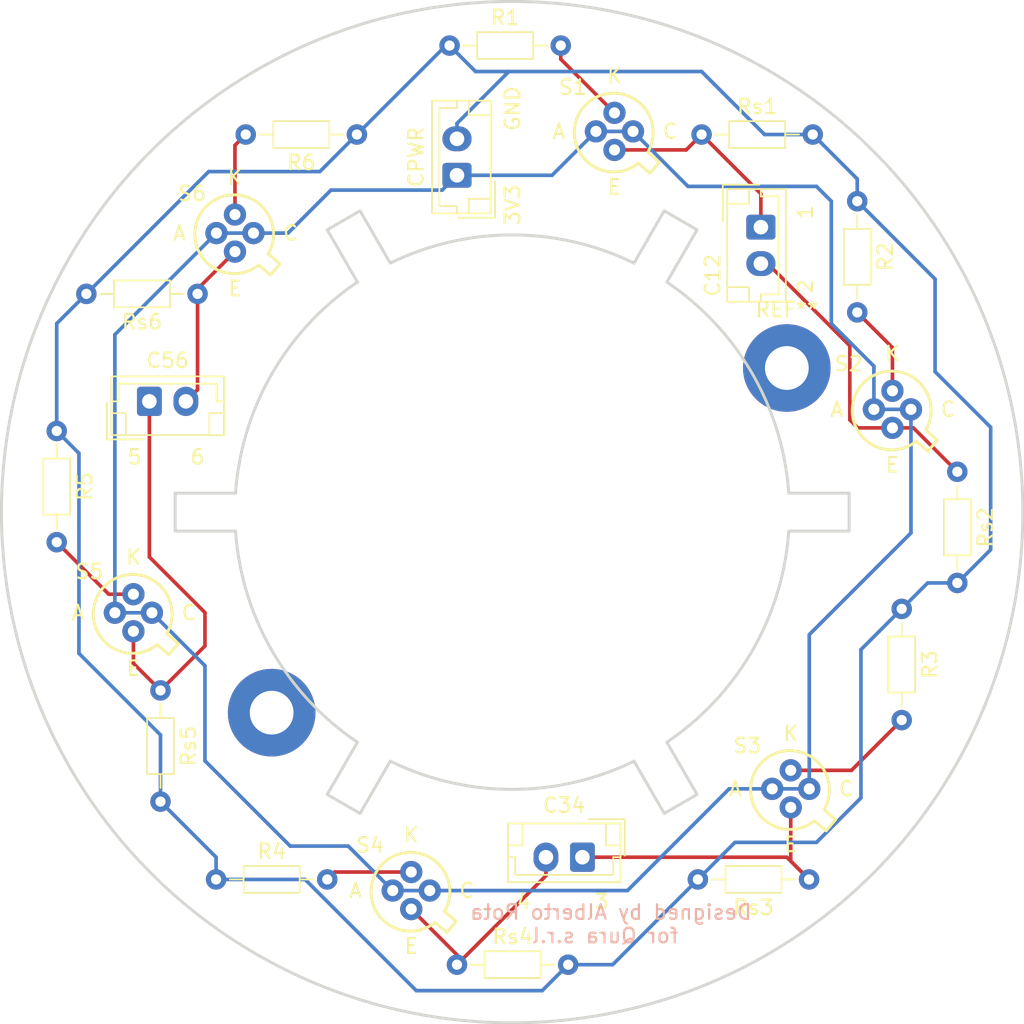
<source format=kicad_pcb>
(kicad_pcb (version 20171130) (host pcbnew "(5.1.10)-1")

  (general
    (thickness 1.6)
    (drawings 40)
    (tracks 115)
    (zones 0)
    (modules 24)
    (nets 15)
  )

  (page A4)
  (layers
    (0 F.Cu signal)
    (31 B.Cu signal)
    (32 B.Adhes user)
    (33 F.Adhes user)
    (34 B.Paste user)
    (35 F.Paste user)
    (36 B.SilkS user hide)
    (37 F.SilkS user)
    (38 B.Mask user)
    (39 F.Mask user)
    (40 Dwgs.User user hide)
    (41 Cmts.User user)
    (42 Eco1.User user)
    (43 Eco2.User user)
    (44 Edge.Cuts user)
    (45 Margin user)
    (46 B.CrtYd user hide)
    (47 F.CrtYd user hide)
    (48 B.Fab user hide)
    (49 F.Fab user hide)
  )

  (setup
    (last_trace_width 0.25)
    (trace_clearance 0.2)
    (zone_clearance 0.508)
    (zone_45_only no)
    (trace_min 0.2)
    (via_size 0.8)
    (via_drill 0.4)
    (via_min_size 0.4)
    (via_min_drill 0.3)
    (uvia_size 0.3)
    (uvia_drill 0.1)
    (uvias_allowed no)
    (uvia_min_size 0.2)
    (uvia_min_drill 0.1)
    (edge_width 0.1)
    (segment_width 0.2)
    (pcb_text_width 0.3)
    (pcb_text_size 1.5 1.5)
    (mod_edge_width 0.15)
    (mod_text_size 1 1)
    (mod_text_width 0.15)
    (pad_size 6 6)
    (pad_drill 3)
    (pad_to_mask_clearance 0)
    (aux_axis_origin 0 0)
    (visible_elements 7FFFEF7F)
    (pcbplotparams
      (layerselection 0x010fc_ffffffff)
      (usegerberextensions false)
      (usegerberattributes true)
      (usegerberadvancedattributes true)
      (creategerberjobfile true)
      (excludeedgelayer true)
      (linewidth 0.100000)
      (plotframeref false)
      (viasonmask false)
      (mode 1)
      (useauxorigin false)
      (hpglpennumber 1)
      (hpglpenspeed 20)
      (hpglpendiameter 15.000000)
      (psnegative false)
      (psa4output false)
      (plotreference true)
      (plotvalue true)
      (plotinvisibletext false)
      (padsonsilk false)
      (subtractmaskfromsilk false)
      (outputformat 1)
      (mirror false)
      (drillshape 0)
      (scaleselection 1)
      (outputdirectory "gerber/"))
  )

  (net 0 "")
  (net 1 GND)
  (net 2 +3V3)
  (net 3 "Net-(OPB730F1-Pad3)")
  (net 4 "Net-(OPB730F2-Pad3)")
  (net 5 "Net-(OPB730F3-Pad3)")
  (net 6 "Net-(OPB730F4-Pad3)")
  (net 7 "Net-(OPB730F5-Pad3)")
  (net 8 "Net-(OPB730F6-Pad3)")
  (net 9 "Net-(C12-Pad2)")
  (net 10 "Net-(C12-Pad1)")
  (net 11 "Net-(C34-Pad2)")
  (net 12 "Net-(C34-Pad1)")
  (net 13 "Net-(C56-Pad2)")
  (net 14 "Net-(C56-Pad1)")

  (net_class Default "This is the default net class."
    (clearance 0.2)
    (trace_width 0.25)
    (via_dia 0.8)
    (via_drill 0.4)
    (uvia_dia 0.3)
    (uvia_drill 0.1)
    (add_net +3V3)
    (add_net GND)
    (add_net "Net-(C12-Pad1)")
    (add_net "Net-(C12-Pad2)")
    (add_net "Net-(C34-Pad1)")
    (add_net "Net-(C34-Pad2)")
    (add_net "Net-(C56-Pad1)")
    (add_net "Net-(C56-Pad2)")
    (add_net "Net-(OPB730F1-Pad3)")
    (add_net "Net-(OPB730F2-Pad3)")
    (add_net "Net-(OPB730F3-Pad3)")
    (add_net "Net-(OPB730F4-Pad3)")
    (add_net "Net-(OPB730F5-Pad3)")
    (add_net "Net-(OPB730F6-Pad3)")
  )

  (module MountingHole:MountingHole_3mm_Pad (layer F.Cu) (tedit 61CDC53B) (tstamp 61B5817D)
    (at 177.292 79.756)
    (descr "Mounting Hole 3mm")
    (tags "mounting hole 3mm")
    (attr virtual)
    (fp_text reference REF** (at 0 -4) (layer F.SilkS)
      (effects (font (size 1 1) (thickness 0.15)))
    )
    (fp_text value MountingHole_3mm_Pad (at 0 4) (layer F.Fab)
      (effects (font (size 1 1) (thickness 0.15)))
    )
    (fp_circle (center 0 0) (end 3 0) (layer Cmts.User) (width 0.15))
    (fp_circle (center 0 0) (end 3.25 0) (layer F.CrtYd) (width 0.05))
    (fp_text user %R (at 0.3 0) (layer F.Fab)
      (effects (font (size 1 1) (thickness 0.15)))
    )
    (pad "" thru_hole circle (at 0 0) (size 6 6) (drill 3) (layers *.Cu *.Mask))
  )

  (module MountingHole:MountingHole_3mm_Pad (layer F.Cu) (tedit 61CDC546) (tstamp 61B580E3)
    (at 141.986 103.378)
    (descr "Mounting Hole 3mm")
    (tags "mounting hole 3mm")
    (attr virtual)
    (fp_text reference REF** (at 0 -4) (layer F.SilkS) hide
      (effects (font (size 1 1) (thickness 0.15)))
    )
    (fp_text value MountingHole_3mm_Pad (at 0 4) (layer F.Fab) hide
      (effects (font (size 1 1) (thickness 0.15)))
    )
    (fp_circle (center 0 0) (end 3 0) (layer Cmts.User) (width 0.15))
    (fp_circle (center 0 0) (end 3.25 0) (layer F.CrtYd) (width 0.05))
    (fp_text user %R (at 0.3 0) (layer F.Fab) hide
      (effects (font (size 1 1) (thickness 0.15)))
    )
    (pad "" thru_hole circle (at 0 0) (size 6 6) (drill 3) (layers *.Cu *.Mask))
  )

  (module Connector_JST:JST_EH_B2B-EH-A_1x02_P2.50mm_Vertical (layer F.Cu) (tedit 5C28142C) (tstamp 61B52366)
    (at 154.686 66.548 90)
    (descr "JST EH series connector, B2B-EH-A (http://www.jst-mfg.com/product/pdf/eng/eEH.pdf), generated with kicad-footprint-generator")
    (tags "connector JST EH vertical")
    (path /61B8DC0C)
    (fp_text reference CPWR (at 1.25 -2.8 90) (layer F.SilkS)
      (effects (font (size 1 1) (thickness 0.15)))
    )
    (fp_text value CPWR (at 1.25 3.4 90) (layer F.Fab)
      (effects (font (size 1 1) (thickness 0.15)))
    )
    (fp_line (start -2.5 -1.6) (end -2.5 2.2) (layer F.Fab) (width 0.1))
    (fp_line (start -2.5 2.2) (end 5 2.2) (layer F.Fab) (width 0.1))
    (fp_line (start 5 2.2) (end 5 -1.6) (layer F.Fab) (width 0.1))
    (fp_line (start 5 -1.6) (end -2.5 -1.6) (layer F.Fab) (width 0.1))
    (fp_line (start -3 -2.1) (end -3 2.7) (layer F.CrtYd) (width 0.05))
    (fp_line (start -3 2.7) (end 5.5 2.7) (layer F.CrtYd) (width 0.05))
    (fp_line (start 5.5 2.7) (end 5.5 -2.1) (layer F.CrtYd) (width 0.05))
    (fp_line (start 5.5 -2.1) (end -3 -2.1) (layer F.CrtYd) (width 0.05))
    (fp_line (start -2.61 -1.71) (end -2.61 2.31) (layer F.SilkS) (width 0.12))
    (fp_line (start -2.61 2.31) (end 5.11 2.31) (layer F.SilkS) (width 0.12))
    (fp_line (start 5.11 2.31) (end 5.11 -1.71) (layer F.SilkS) (width 0.12))
    (fp_line (start 5.11 -1.71) (end -2.61 -1.71) (layer F.SilkS) (width 0.12))
    (fp_line (start -2.61 0) (end -2.11 0) (layer F.SilkS) (width 0.12))
    (fp_line (start -2.11 0) (end -2.11 -1.21) (layer F.SilkS) (width 0.12))
    (fp_line (start -2.11 -1.21) (end 4.61 -1.21) (layer F.SilkS) (width 0.12))
    (fp_line (start 4.61 -1.21) (end 4.61 0) (layer F.SilkS) (width 0.12))
    (fp_line (start 4.61 0) (end 5.11 0) (layer F.SilkS) (width 0.12))
    (fp_line (start -2.61 0.81) (end -1.61 0.81) (layer F.SilkS) (width 0.12))
    (fp_line (start -1.61 0.81) (end -1.61 2.31) (layer F.SilkS) (width 0.12))
    (fp_line (start 5.11 0.81) (end 4.11 0.81) (layer F.SilkS) (width 0.12))
    (fp_line (start 4.11 0.81) (end 4.11 2.31) (layer F.SilkS) (width 0.12))
    (fp_line (start -2.91 0.11) (end -2.91 2.61) (layer F.SilkS) (width 0.12))
    (fp_line (start -2.91 2.61) (end -0.41 2.61) (layer F.SilkS) (width 0.12))
    (fp_line (start -2.91 0.11) (end -2.91 2.61) (layer F.Fab) (width 0.1))
    (fp_line (start -2.91 2.61) (end -0.41 2.61) (layer F.Fab) (width 0.1))
    (fp_text user %R (at 1.25 1.5 90) (layer F.Fab)
      (effects (font (size 1 1) (thickness 0.15)))
    )
    (pad 2 thru_hole oval (at 2.5 0 90) (size 1.7 2) (drill 1) (layers *.Cu *.Mask)
      (net 1 GND))
    (pad 1 thru_hole roundrect (at 0 0 90) (size 1.7 2) (drill 1) (layers *.Cu *.Mask) (roundrect_rratio 0.1470588235294118)
      (net 2 +3V3))
    (model ${KISYS3DMOD}/Connector_JST.3dshapes/JST_EH_B2B-EH-A_1x02_P2.50mm_Vertical.wrl
      (at (xyz 0 0 0))
      (scale (xyz 1 1 1))
      (rotate (xyz 0 0 0))
    )
  )

  (module Connector_JST:JST_EH_B2B-EH-A_1x02_P2.50mm_Vertical (layer F.Cu) (tedit 5C28142C) (tstamp 61B4DB74)
    (at 163.282 113.284 180)
    (descr "JST EH series connector, B2B-EH-A (http://www.jst-mfg.com/product/pdf/eng/eEH.pdf), generated with kicad-footprint-generator")
    (tags "connector JST EH vertical")
    (path /61B62E69)
    (fp_text reference C34 (at 1.25 3.556) (layer F.SilkS)
      (effects (font (size 1 1) (thickness 0.15)))
    )
    (fp_text value C34 (at 1.25 3.4) (layer F.Fab)
      (effects (font (size 1 1) (thickness 0.15)))
    )
    (fp_line (start -2.5 -1.6) (end -2.5 2.2) (layer F.Fab) (width 0.1))
    (fp_line (start -2.5 2.2) (end 5 2.2) (layer F.Fab) (width 0.1))
    (fp_line (start 5 2.2) (end 5 -1.6) (layer F.Fab) (width 0.1))
    (fp_line (start 5 -1.6) (end -2.5 -1.6) (layer F.Fab) (width 0.1))
    (fp_line (start -3 -2.1) (end -3 2.7) (layer F.CrtYd) (width 0.05))
    (fp_line (start -3 2.7) (end 5.5 2.7) (layer F.CrtYd) (width 0.05))
    (fp_line (start 5.5 2.7) (end 5.5 -2.1) (layer F.CrtYd) (width 0.05))
    (fp_line (start 5.5 -2.1) (end -3 -2.1) (layer F.CrtYd) (width 0.05))
    (fp_line (start -2.61 -1.71) (end -2.61 2.31) (layer F.SilkS) (width 0.12))
    (fp_line (start -2.61 2.31) (end 5.11 2.31) (layer F.SilkS) (width 0.12))
    (fp_line (start 5.11 2.31) (end 5.11 -1.71) (layer F.SilkS) (width 0.12))
    (fp_line (start 5.11 -1.71) (end -2.61 -1.71) (layer F.SilkS) (width 0.12))
    (fp_line (start -2.61 0) (end -2.11 0) (layer F.SilkS) (width 0.12))
    (fp_line (start -2.11 0) (end -2.11 -1.21) (layer F.SilkS) (width 0.12))
    (fp_line (start -2.11 -1.21) (end 4.61 -1.21) (layer F.SilkS) (width 0.12))
    (fp_line (start 4.61 -1.21) (end 4.61 0) (layer F.SilkS) (width 0.12))
    (fp_line (start 4.61 0) (end 5.11 0) (layer F.SilkS) (width 0.12))
    (fp_line (start -2.61 0.81) (end -1.61 0.81) (layer F.SilkS) (width 0.12))
    (fp_line (start -1.61 0.81) (end -1.61 2.31) (layer F.SilkS) (width 0.12))
    (fp_line (start 5.11 0.81) (end 4.11 0.81) (layer F.SilkS) (width 0.12))
    (fp_line (start 4.11 0.81) (end 4.11 2.31) (layer F.SilkS) (width 0.12))
    (fp_line (start -2.91 0.11) (end -2.91 2.61) (layer F.SilkS) (width 0.12))
    (fp_line (start -2.91 2.61) (end -0.41 2.61) (layer F.SilkS) (width 0.12))
    (fp_line (start -2.91 0.11) (end -2.91 2.61) (layer F.Fab) (width 0.1))
    (fp_line (start -2.91 2.61) (end -0.41 2.61) (layer F.Fab) (width 0.1))
    (fp_text user %R (at 1.25 1.5) (layer F.Fab)
      (effects (font (size 1 1) (thickness 0.15)))
    )
    (pad 2 thru_hole oval (at 2.5 0 180) (size 1.7 2) (drill 1) (layers *.Cu *.Mask)
      (net 11 "Net-(C34-Pad2)"))
    (pad 1 thru_hole roundrect (at 0 0 180) (size 1.7 2) (drill 1) (layers *.Cu *.Mask) (roundrect_rratio 0.1470588235294118)
      (net 12 "Net-(C34-Pad1)"))
    (model ${KISYS3DMOD}/Connector_JST.3dshapes/JST_EH_B2B-EH-A_1x02_P2.50mm_Vertical.wrl
      (at (xyz 0 0 0))
      (scale (xyz 1 1 1))
      (rotate (xyz 0 0 0))
    )
  )

  (module Connector_JST:JST_EH_B2B-EH-A_1x02_P2.50mm_Vertical (layer F.Cu) (tedit 5C28142C) (tstamp 61B4DBD1)
    (at 133.604 82.042)
    (descr "JST EH series connector, B2B-EH-A (http://www.jst-mfg.com/product/pdf/eng/eEH.pdf), generated with kicad-footprint-generator")
    (tags "connector JST EH vertical")
    (path /61B685E1)
    (fp_text reference C56 (at 1.25 -2.8) (layer F.SilkS)
      (effects (font (size 1 1) (thickness 0.15)))
    )
    (fp_text value C56 (at 1.25 3.4) (layer F.Fab)
      (effects (font (size 1 1) (thickness 0.15)))
    )
    (fp_line (start -2.5 -1.6) (end -2.5 2.2) (layer F.Fab) (width 0.1))
    (fp_line (start -2.5 2.2) (end 5 2.2) (layer F.Fab) (width 0.1))
    (fp_line (start 5 2.2) (end 5 -1.6) (layer F.Fab) (width 0.1))
    (fp_line (start 5 -1.6) (end -2.5 -1.6) (layer F.Fab) (width 0.1))
    (fp_line (start -3 -2.1) (end -3 2.7) (layer F.CrtYd) (width 0.05))
    (fp_line (start -3 2.7) (end 5.5 2.7) (layer F.CrtYd) (width 0.05))
    (fp_line (start 5.5 2.7) (end 5.5 -2.1) (layer F.CrtYd) (width 0.05))
    (fp_line (start 5.5 -2.1) (end -3 -2.1) (layer F.CrtYd) (width 0.05))
    (fp_line (start -2.61 -1.71) (end -2.61 2.31) (layer F.SilkS) (width 0.12))
    (fp_line (start -2.61 2.31) (end 5.11 2.31) (layer F.SilkS) (width 0.12))
    (fp_line (start 5.11 2.31) (end 5.11 -1.71) (layer F.SilkS) (width 0.12))
    (fp_line (start 5.11 -1.71) (end -2.61 -1.71) (layer F.SilkS) (width 0.12))
    (fp_line (start -2.61 0) (end -2.11 0) (layer F.SilkS) (width 0.12))
    (fp_line (start -2.11 0) (end -2.11 -1.21) (layer F.SilkS) (width 0.12))
    (fp_line (start -2.11 -1.21) (end 4.61 -1.21) (layer F.SilkS) (width 0.12))
    (fp_line (start 4.61 -1.21) (end 4.61 0) (layer F.SilkS) (width 0.12))
    (fp_line (start 4.61 0) (end 5.11 0) (layer F.SilkS) (width 0.12))
    (fp_line (start -2.61 0.81) (end -1.61 0.81) (layer F.SilkS) (width 0.12))
    (fp_line (start -1.61 0.81) (end -1.61 2.31) (layer F.SilkS) (width 0.12))
    (fp_line (start 5.11 0.81) (end 4.11 0.81) (layer F.SilkS) (width 0.12))
    (fp_line (start 4.11 0.81) (end 4.11 2.31) (layer F.SilkS) (width 0.12))
    (fp_line (start -2.91 0.11) (end -2.91 2.61) (layer F.SilkS) (width 0.12))
    (fp_line (start -2.91 2.61) (end -0.41 2.61) (layer F.SilkS) (width 0.12))
    (fp_line (start -2.91 0.11) (end -2.91 2.61) (layer F.Fab) (width 0.1))
    (fp_line (start -2.91 2.61) (end -0.41 2.61) (layer F.Fab) (width 0.1))
    (fp_text user %R (at 1.25 1.5) (layer F.Fab)
      (effects (font (size 1 1) (thickness 0.15)))
    )
    (pad 2 thru_hole oval (at 2.5 0) (size 1.7 2) (drill 1) (layers *.Cu *.Mask)
      (net 13 "Net-(C56-Pad2)"))
    (pad 1 thru_hole roundrect (at 0 0) (size 1.7 2) (drill 1) (layers *.Cu *.Mask) (roundrect_rratio 0.1470588235294118)
      (net 14 "Net-(C56-Pad1)"))
    (model ${KISYS3DMOD}/Connector_JST.3dshapes/JST_EH_B2B-EH-A_1x02_P2.50mm_Vertical.wrl
      (at (xyz 0 0 0))
      (scale (xyz 1 1 1))
      (rotate (xyz 0 0 0))
    )
  )

  (module Resistor_THT:R_Axial_DIN0204_L3.6mm_D1.6mm_P7.62mm_Horizontal (layer F.Cu) (tedit 5AE5139B) (tstamp 61B4F928)
    (at 188.976 86.868 270)
    (descr "Resistor, Axial_DIN0204 series, Axial, Horizontal, pin pitch=7.62mm, 0.167W, length*diameter=3.6*1.6mm^2, http://cdn-reichelt.de/documents/datenblatt/B400/1_4W%23YAG.pdf")
    (tags "Resistor Axial_DIN0204 series Axial Horizontal pin pitch 7.62mm 0.167W length 3.6mm diameter 1.6mm")
    (path /61B594B0)
    (fp_text reference Rs2 (at 3.81 -1.92 90) (layer F.SilkS)
      (effects (font (size 1 1) (thickness 0.15)))
    )
    (fp_text value Rs2_1K (at 3.81 1.92 90) (layer F.Fab)
      (effects (font (size 1 1) (thickness 0.15)))
    )
    (fp_line (start 2.01 -0.8) (end 2.01 0.8) (layer F.Fab) (width 0.1))
    (fp_line (start 2.01 0.8) (end 5.61 0.8) (layer F.Fab) (width 0.1))
    (fp_line (start 5.61 0.8) (end 5.61 -0.8) (layer F.Fab) (width 0.1))
    (fp_line (start 5.61 -0.8) (end 2.01 -0.8) (layer F.Fab) (width 0.1))
    (fp_line (start 0 0) (end 2.01 0) (layer F.Fab) (width 0.1))
    (fp_line (start 7.62 0) (end 5.61 0) (layer F.Fab) (width 0.1))
    (fp_line (start 1.89 -0.92) (end 1.89 0.92) (layer F.SilkS) (width 0.12))
    (fp_line (start 1.89 0.92) (end 5.73 0.92) (layer F.SilkS) (width 0.12))
    (fp_line (start 5.73 0.92) (end 5.73 -0.92) (layer F.SilkS) (width 0.12))
    (fp_line (start 5.73 -0.92) (end 1.89 -0.92) (layer F.SilkS) (width 0.12))
    (fp_line (start 0.94 0) (end 1.89 0) (layer F.SilkS) (width 0.12))
    (fp_line (start 6.68 0) (end 5.73 0) (layer F.SilkS) (width 0.12))
    (fp_line (start -0.95 -1.05) (end -0.95 1.05) (layer F.CrtYd) (width 0.05))
    (fp_line (start -0.95 1.05) (end 8.57 1.05) (layer F.CrtYd) (width 0.05))
    (fp_line (start 8.57 1.05) (end 8.57 -1.05) (layer F.CrtYd) (width 0.05))
    (fp_line (start 8.57 -1.05) (end -0.95 -1.05) (layer F.CrtYd) (width 0.05))
    (fp_text user %R (at 3.81 0 90) (layer F.Fab)
      (effects (font (size 0.72 0.72) (thickness 0.108)))
    )
    (pad 2 thru_hole oval (at 7.62 0 270) (size 1.4 1.4) (drill 0.7) (layers *.Cu *.Mask)
      (net 1 GND))
    (pad 1 thru_hole circle (at 0 0 270) (size 1.4 1.4) (drill 0.7) (layers *.Cu *.Mask)
      (net 9 "Net-(C12-Pad2)"))
    (model ${KISYS3DMOD}/Resistor_THT.3dshapes/R_Axial_DIN0204_L3.6mm_D1.6mm_P7.62mm_Horizontal.wrl
      (at (xyz 0 0 0))
      (scale (xyz 1 1 1))
      (rotate (xyz 0 0 0))
    )
  )

  (module Resistor_THT:R_Axial_DIN0204_L3.6mm_D1.6mm_P7.62mm_Horizontal (layer F.Cu) (tedit 5AE5139B) (tstamp 61B4C2CC)
    (at 136.906 74.676 180)
    (descr "Resistor, Axial_DIN0204 series, Axial, Horizontal, pin pitch=7.62mm, 0.167W, length*diameter=3.6*1.6mm^2, http://cdn-reichelt.de/documents/datenblatt/B400/1_4W%23YAG.pdf")
    (tags "Resistor Axial_DIN0204 series Axial Horizontal pin pitch 7.62mm 0.167W length 3.6mm diameter 1.6mm")
    (path /61B74525)
    (fp_text reference Rs6 (at 3.81 -1.92) (layer F.SilkS)
      (effects (font (size 1 1) (thickness 0.15)))
    )
    (fp_text value Rs6_1K (at 3.81 1.92) (layer F.Fab)
      (effects (font (size 1 1) (thickness 0.15)))
    )
    (fp_line (start 2.01 -0.8) (end 2.01 0.8) (layer F.Fab) (width 0.1))
    (fp_line (start 2.01 0.8) (end 5.61 0.8) (layer F.Fab) (width 0.1))
    (fp_line (start 5.61 0.8) (end 5.61 -0.8) (layer F.Fab) (width 0.1))
    (fp_line (start 5.61 -0.8) (end 2.01 -0.8) (layer F.Fab) (width 0.1))
    (fp_line (start 0 0) (end 2.01 0) (layer F.Fab) (width 0.1))
    (fp_line (start 7.62 0) (end 5.61 0) (layer F.Fab) (width 0.1))
    (fp_line (start 1.89 -0.92) (end 1.89 0.92) (layer F.SilkS) (width 0.12))
    (fp_line (start 1.89 0.92) (end 5.73 0.92) (layer F.SilkS) (width 0.12))
    (fp_line (start 5.73 0.92) (end 5.73 -0.92) (layer F.SilkS) (width 0.12))
    (fp_line (start 5.73 -0.92) (end 1.89 -0.92) (layer F.SilkS) (width 0.12))
    (fp_line (start 0.94 0) (end 1.89 0) (layer F.SilkS) (width 0.12))
    (fp_line (start 6.68 0) (end 5.73 0) (layer F.SilkS) (width 0.12))
    (fp_line (start -0.95 -1.05) (end -0.95 1.05) (layer F.CrtYd) (width 0.05))
    (fp_line (start -0.95 1.05) (end 8.57 1.05) (layer F.CrtYd) (width 0.05))
    (fp_line (start 8.57 1.05) (end 8.57 -1.05) (layer F.CrtYd) (width 0.05))
    (fp_line (start 8.57 -1.05) (end -0.95 -1.05) (layer F.CrtYd) (width 0.05))
    (fp_text user %R (at 3.81 0) (layer F.Fab)
      (effects (font (size 0.72 0.72) (thickness 0.108)))
    )
    (pad 2 thru_hole oval (at 7.62 0 180) (size 1.4 1.4) (drill 0.7) (layers *.Cu *.Mask)
      (net 1 GND))
    (pad 1 thru_hole circle (at 0 0 180) (size 1.4 1.4) (drill 0.7) (layers *.Cu *.Mask)
      (net 13 "Net-(C56-Pad2)"))
    (model ${KISYS3DMOD}/Resistor_THT.3dshapes/R_Axial_DIN0204_L3.6mm_D1.6mm_P7.62mm_Horizontal.wrl
      (at (xyz 0 0 0))
      (scale (xyz 1 1 1))
      (rotate (xyz 0 0 0))
    )
  )

  (module Resistor_THT:R_Axial_DIN0204_L3.6mm_D1.6mm_P7.62mm_Horizontal (layer F.Cu) (tedit 5AE5139B) (tstamp 61B4C2B5)
    (at 134.366 101.854 270)
    (descr "Resistor, Axial_DIN0204 series, Axial, Horizontal, pin pitch=7.62mm, 0.167W, length*diameter=3.6*1.6mm^2, http://cdn-reichelt.de/documents/datenblatt/B400/1_4W%23YAG.pdf")
    (tags "Resistor Axial_DIN0204 series Axial Horizontal pin pitch 7.62mm 0.167W length 3.6mm diameter 1.6mm")
    (path /61B5DA5E)
    (fp_text reference Rs5 (at 3.81 -1.92 90) (layer F.SilkS)
      (effects (font (size 1 1) (thickness 0.15)))
    )
    (fp_text value Rs5_1K (at 3.81 1.92 90) (layer F.Fab)
      (effects (font (size 1 1) (thickness 0.15)))
    )
    (fp_line (start 2.01 -0.8) (end 2.01 0.8) (layer F.Fab) (width 0.1))
    (fp_line (start 2.01 0.8) (end 5.61 0.8) (layer F.Fab) (width 0.1))
    (fp_line (start 5.61 0.8) (end 5.61 -0.8) (layer F.Fab) (width 0.1))
    (fp_line (start 5.61 -0.8) (end 2.01 -0.8) (layer F.Fab) (width 0.1))
    (fp_line (start 0 0) (end 2.01 0) (layer F.Fab) (width 0.1))
    (fp_line (start 7.62 0) (end 5.61 0) (layer F.Fab) (width 0.1))
    (fp_line (start 1.89 -0.92) (end 1.89 0.92) (layer F.SilkS) (width 0.12))
    (fp_line (start 1.89 0.92) (end 5.73 0.92) (layer F.SilkS) (width 0.12))
    (fp_line (start 5.73 0.92) (end 5.73 -0.92) (layer F.SilkS) (width 0.12))
    (fp_line (start 5.73 -0.92) (end 1.89 -0.92) (layer F.SilkS) (width 0.12))
    (fp_line (start 0.94 0) (end 1.89 0) (layer F.SilkS) (width 0.12))
    (fp_line (start 6.68 0) (end 5.73 0) (layer F.SilkS) (width 0.12))
    (fp_line (start -0.95 -1.05) (end -0.95 1.05) (layer F.CrtYd) (width 0.05))
    (fp_line (start -0.95 1.05) (end 8.57 1.05) (layer F.CrtYd) (width 0.05))
    (fp_line (start 8.57 1.05) (end 8.57 -1.05) (layer F.CrtYd) (width 0.05))
    (fp_line (start 8.57 -1.05) (end -0.95 -1.05) (layer F.CrtYd) (width 0.05))
    (fp_text user %R (at 3.81 0 90) (layer F.Fab)
      (effects (font (size 0.72 0.72) (thickness 0.108)))
    )
    (pad 2 thru_hole oval (at 7.62 0 270) (size 1.4 1.4) (drill 0.7) (layers *.Cu *.Mask)
      (net 1 GND))
    (pad 1 thru_hole circle (at 0 0 270) (size 1.4 1.4) (drill 0.7) (layers *.Cu *.Mask)
      (net 14 "Net-(C56-Pad1)"))
    (model ${KISYS3DMOD}/Resistor_THT.3dshapes/R_Axial_DIN0204_L3.6mm_D1.6mm_P7.62mm_Horizontal.wrl
      (at (xyz 0 0 0))
      (scale (xyz 1 1 1))
      (rotate (xyz 0 0 0))
    )
  )

  (module Resistor_THT:R_Axial_DIN0204_L3.6mm_D1.6mm_P7.62mm_Horizontal (layer F.Cu) (tedit 5AE5139B) (tstamp 61B4C29E)
    (at 154.686 120.65)
    (descr "Resistor, Axial_DIN0204 series, Axial, Horizontal, pin pitch=7.62mm, 0.167W, length*diameter=3.6*1.6mm^2, http://cdn-reichelt.de/documents/datenblatt/B400/1_4W%23YAG.pdf")
    (tags "Resistor Axial_DIN0204 series Axial Horizontal pin pitch 7.62mm 0.167W length 3.6mm diameter 1.6mm")
    (path /61B5DA40)
    (fp_text reference Rs4 (at 3.81 -1.92) (layer F.SilkS)
      (effects (font (size 1 1) (thickness 0.15)))
    )
    (fp_text value Rs4_1K (at 3.81 1.92) (layer F.Fab)
      (effects (font (size 1 1) (thickness 0.15)))
    )
    (fp_line (start 2.01 -0.8) (end 2.01 0.8) (layer F.Fab) (width 0.1))
    (fp_line (start 2.01 0.8) (end 5.61 0.8) (layer F.Fab) (width 0.1))
    (fp_line (start 5.61 0.8) (end 5.61 -0.8) (layer F.Fab) (width 0.1))
    (fp_line (start 5.61 -0.8) (end 2.01 -0.8) (layer F.Fab) (width 0.1))
    (fp_line (start 0 0) (end 2.01 0) (layer F.Fab) (width 0.1))
    (fp_line (start 7.62 0) (end 5.61 0) (layer F.Fab) (width 0.1))
    (fp_line (start 1.89 -0.92) (end 1.89 0.92) (layer F.SilkS) (width 0.12))
    (fp_line (start 1.89 0.92) (end 5.73 0.92) (layer F.SilkS) (width 0.12))
    (fp_line (start 5.73 0.92) (end 5.73 -0.92) (layer F.SilkS) (width 0.12))
    (fp_line (start 5.73 -0.92) (end 1.89 -0.92) (layer F.SilkS) (width 0.12))
    (fp_line (start 0.94 0) (end 1.89 0) (layer F.SilkS) (width 0.12))
    (fp_line (start 6.68 0) (end 5.73 0) (layer F.SilkS) (width 0.12))
    (fp_line (start -0.95 -1.05) (end -0.95 1.05) (layer F.CrtYd) (width 0.05))
    (fp_line (start -0.95 1.05) (end 8.57 1.05) (layer F.CrtYd) (width 0.05))
    (fp_line (start 8.57 1.05) (end 8.57 -1.05) (layer F.CrtYd) (width 0.05))
    (fp_line (start 8.57 -1.05) (end -0.95 -1.05) (layer F.CrtYd) (width 0.05))
    (fp_text user %R (at 3.81 0) (layer F.Fab)
      (effects (font (size 0.72 0.72) (thickness 0.108)))
    )
    (pad 2 thru_hole oval (at 7.62 0) (size 1.4 1.4) (drill 0.7) (layers *.Cu *.Mask)
      (net 1 GND))
    (pad 1 thru_hole circle (at 0 0) (size 1.4 1.4) (drill 0.7) (layers *.Cu *.Mask)
      (net 11 "Net-(C34-Pad2)"))
    (model ${KISYS3DMOD}/Resistor_THT.3dshapes/R_Axial_DIN0204_L3.6mm_D1.6mm_P7.62mm_Horizontal.wrl
      (at (xyz 0 0 0))
      (scale (xyz 1 1 1))
      (rotate (xyz 0 0 0))
    )
  )

  (module Resistor_THT:R_Axial_DIN0204_L3.6mm_D1.6mm_P7.62mm_Horizontal (layer F.Cu) (tedit 5AE5139B) (tstamp 61B4C287)
    (at 178.816 114.808 180)
    (descr "Resistor, Axial_DIN0204 series, Axial, Horizontal, pin pitch=7.62mm, 0.167W, length*diameter=3.6*1.6mm^2, http://cdn-reichelt.de/documents/datenblatt/B400/1_4W%23YAG.pdf")
    (tags "Resistor Axial_DIN0204 series Axial Horizontal pin pitch 7.62mm 0.167W length 3.6mm diameter 1.6mm")
    (path /61B76D77)
    (fp_text reference Rs3 (at 3.81 -1.92) (layer F.SilkS)
      (effects (font (size 1 1) (thickness 0.15)))
    )
    (fp_text value Rs3_1K (at 3.81 1.92) (layer F.Fab)
      (effects (font (size 1 1) (thickness 0.15)))
    )
    (fp_line (start 2.01 -0.8) (end 2.01 0.8) (layer F.Fab) (width 0.1))
    (fp_line (start 2.01 0.8) (end 5.61 0.8) (layer F.Fab) (width 0.1))
    (fp_line (start 5.61 0.8) (end 5.61 -0.8) (layer F.Fab) (width 0.1))
    (fp_line (start 5.61 -0.8) (end 2.01 -0.8) (layer F.Fab) (width 0.1))
    (fp_line (start 0 0) (end 2.01 0) (layer F.Fab) (width 0.1))
    (fp_line (start 7.62 0) (end 5.61 0) (layer F.Fab) (width 0.1))
    (fp_line (start 1.89 -0.92) (end 1.89 0.92) (layer F.SilkS) (width 0.12))
    (fp_line (start 1.89 0.92) (end 5.73 0.92) (layer F.SilkS) (width 0.12))
    (fp_line (start 5.73 0.92) (end 5.73 -0.92) (layer F.SilkS) (width 0.12))
    (fp_line (start 5.73 -0.92) (end 1.89 -0.92) (layer F.SilkS) (width 0.12))
    (fp_line (start 0.94 0) (end 1.89 0) (layer F.SilkS) (width 0.12))
    (fp_line (start 6.68 0) (end 5.73 0) (layer F.SilkS) (width 0.12))
    (fp_line (start -0.95 -1.05) (end -0.95 1.05) (layer F.CrtYd) (width 0.05))
    (fp_line (start -0.95 1.05) (end 8.57 1.05) (layer F.CrtYd) (width 0.05))
    (fp_line (start 8.57 1.05) (end 8.57 -1.05) (layer F.CrtYd) (width 0.05))
    (fp_line (start 8.57 -1.05) (end -0.95 -1.05) (layer F.CrtYd) (width 0.05))
    (fp_text user %R (at 3.81 0) (layer F.Fab)
      (effects (font (size 0.72 0.72) (thickness 0.108)))
    )
    (pad 2 thru_hole oval (at 7.62 0 180) (size 1.4 1.4) (drill 0.7) (layers *.Cu *.Mask)
      (net 1 GND))
    (pad 1 thru_hole circle (at 0 0 180) (size 1.4 1.4) (drill 0.7) (layers *.Cu *.Mask)
      (net 12 "Net-(C34-Pad1)"))
    (model ${KISYS3DMOD}/Resistor_THT.3dshapes/R_Axial_DIN0204_L3.6mm_D1.6mm_P7.62mm_Horizontal.wrl
      (at (xyz 0 0 0))
      (scale (xyz 1 1 1))
      (rotate (xyz 0 0 0))
    )
  )

  (module Resistor_THT:R_Axial_DIN0204_L3.6mm_D1.6mm_P7.62mm_Horizontal (layer F.Cu) (tedit 5AE5139B) (tstamp 61B51451)
    (at 171.45 63.754)
    (descr "Resistor, Axial_DIN0204 series, Axial, Horizontal, pin pitch=7.62mm, 0.167W, length*diameter=3.6*1.6mm^2, http://cdn-reichelt.de/documents/datenblatt/B400/1_4W%23YAG.pdf")
    (tags "Resistor Axial_DIN0204 series Axial Horizontal pin pitch 7.62mm 0.167W length 3.6mm diameter 1.6mm")
    (path /618CABAC)
    (fp_text reference Rs1 (at 3.81 -1.92) (layer F.SilkS)
      (effects (font (size 1 1) (thickness 0.15)))
    )
    (fp_text value Rs1_1K (at 3.81 1.92) (layer F.Fab)
      (effects (font (size 1 1) (thickness 0.15)))
    )
    (fp_line (start 2.01 -0.8) (end 2.01 0.8) (layer F.Fab) (width 0.1))
    (fp_line (start 2.01 0.8) (end 5.61 0.8) (layer F.Fab) (width 0.1))
    (fp_line (start 5.61 0.8) (end 5.61 -0.8) (layer F.Fab) (width 0.1))
    (fp_line (start 5.61 -0.8) (end 2.01 -0.8) (layer F.Fab) (width 0.1))
    (fp_line (start 0 0) (end 2.01 0) (layer F.Fab) (width 0.1))
    (fp_line (start 7.62 0) (end 5.61 0) (layer F.Fab) (width 0.1))
    (fp_line (start 1.89 -0.92) (end 1.89 0.92) (layer F.SilkS) (width 0.12))
    (fp_line (start 1.89 0.92) (end 5.73 0.92) (layer F.SilkS) (width 0.12))
    (fp_line (start 5.73 0.92) (end 5.73 -0.92) (layer F.SilkS) (width 0.12))
    (fp_line (start 5.73 -0.92) (end 1.89 -0.92) (layer F.SilkS) (width 0.12))
    (fp_line (start 0.94 0) (end 1.89 0) (layer F.SilkS) (width 0.12))
    (fp_line (start 6.68 0) (end 5.73 0) (layer F.SilkS) (width 0.12))
    (fp_line (start -0.95 -1.05) (end -0.95 1.05) (layer F.CrtYd) (width 0.05))
    (fp_line (start -0.95 1.05) (end 8.57 1.05) (layer F.CrtYd) (width 0.05))
    (fp_line (start 8.57 1.05) (end 8.57 -1.05) (layer F.CrtYd) (width 0.05))
    (fp_line (start 8.57 -1.05) (end -0.95 -1.05) (layer F.CrtYd) (width 0.05))
    (fp_text user %R (at 3.81 0) (layer F.Fab)
      (effects (font (size 0.72 0.72) (thickness 0.108)))
    )
    (pad 2 thru_hole oval (at 7.62 0) (size 1.4 1.4) (drill 0.7) (layers *.Cu *.Mask)
      (net 1 GND))
    (pad 1 thru_hole circle (at 0 0) (size 1.4 1.4) (drill 0.7) (layers *.Cu *.Mask)
      (net 10 "Net-(C12-Pad1)"))
    (model ${KISYS3DMOD}/Resistor_THT.3dshapes/R_Axial_DIN0204_L3.6mm_D1.6mm_P7.62mm_Horizontal.wrl
      (at (xyz 0 0 0))
      (scale (xyz 1 1 1))
      (rotate (xyz 0 0 0))
    )
  )

  (module Resistor_THT:R_Axial_DIN0204_L3.6mm_D1.6mm_P7.62mm_Horizontal (layer F.Cu) (tedit 5AE5139B) (tstamp 61B4C259)
    (at 147.828 63.754 180)
    (descr "Resistor, Axial_DIN0204 series, Axial, Horizontal, pin pitch=7.62mm, 0.167W, length*diameter=3.6*1.6mm^2, http://cdn-reichelt.de/documents/datenblatt/B400/1_4W%23YAG.pdf")
    (tags "Resistor Axial_DIN0204 series Axial Horizontal pin pitch 7.62mm 0.167W length 3.6mm diameter 1.6mm")
    (path /61B74339)
    (fp_text reference R6 (at 3.81 -1.92) (layer F.SilkS)
      (effects (font (size 1 1) (thickness 0.15)))
    )
    (fp_text value R6_330 (at 3.81 1.92) (layer F.Fab)
      (effects (font (size 1 1) (thickness 0.15)))
    )
    (fp_line (start 2.01 -0.8) (end 2.01 0.8) (layer F.Fab) (width 0.1))
    (fp_line (start 2.01 0.8) (end 5.61 0.8) (layer F.Fab) (width 0.1))
    (fp_line (start 5.61 0.8) (end 5.61 -0.8) (layer F.Fab) (width 0.1))
    (fp_line (start 5.61 -0.8) (end 2.01 -0.8) (layer F.Fab) (width 0.1))
    (fp_line (start 0 0) (end 2.01 0) (layer F.Fab) (width 0.1))
    (fp_line (start 7.62 0) (end 5.61 0) (layer F.Fab) (width 0.1))
    (fp_line (start 1.89 -0.92) (end 1.89 0.92) (layer F.SilkS) (width 0.12))
    (fp_line (start 1.89 0.92) (end 5.73 0.92) (layer F.SilkS) (width 0.12))
    (fp_line (start 5.73 0.92) (end 5.73 -0.92) (layer F.SilkS) (width 0.12))
    (fp_line (start 5.73 -0.92) (end 1.89 -0.92) (layer F.SilkS) (width 0.12))
    (fp_line (start 0.94 0) (end 1.89 0) (layer F.SilkS) (width 0.12))
    (fp_line (start 6.68 0) (end 5.73 0) (layer F.SilkS) (width 0.12))
    (fp_line (start -0.95 -1.05) (end -0.95 1.05) (layer F.CrtYd) (width 0.05))
    (fp_line (start -0.95 1.05) (end 8.57 1.05) (layer F.CrtYd) (width 0.05))
    (fp_line (start 8.57 1.05) (end 8.57 -1.05) (layer F.CrtYd) (width 0.05))
    (fp_line (start 8.57 -1.05) (end -0.95 -1.05) (layer F.CrtYd) (width 0.05))
    (fp_text user %R (at 3.81 0) (layer F.Fab)
      (effects (font (size 0.72 0.72) (thickness 0.108)))
    )
    (pad 2 thru_hole oval (at 7.62 0 180) (size 1.4 1.4) (drill 0.7) (layers *.Cu *.Mask)
      (net 8 "Net-(OPB730F6-Pad3)"))
    (pad 1 thru_hole circle (at 0 0 180) (size 1.4 1.4) (drill 0.7) (layers *.Cu *.Mask)
      (net 1 GND))
    (model ${KISYS3DMOD}/Resistor_THT.3dshapes/R_Axial_DIN0204_L3.6mm_D1.6mm_P7.62mm_Horizontal.wrl
      (at (xyz 0 0 0))
      (scale (xyz 1 1 1))
      (rotate (xyz 0 0 0))
    )
  )

  (module Resistor_THT:R_Axial_DIN0204_L3.6mm_D1.6mm_P7.62mm_Horizontal (layer F.Cu) (tedit 5AE5139B) (tstamp 61B51884)
    (at 127.254 84.074 270)
    (descr "Resistor, Axial_DIN0204 series, Axial, Horizontal, pin pitch=7.62mm, 0.167W, length*diameter=3.6*1.6mm^2, http://cdn-reichelt.de/documents/datenblatt/B400/1_4W%23YAG.pdf")
    (tags "Resistor Axial_DIN0204 series Axial Horizontal pin pitch 7.62mm 0.167W length 3.6mm diameter 1.6mm")
    (path /61B5DA4A)
    (fp_text reference R5 (at 3.81 -1.92 90) (layer F.SilkS)
      (effects (font (size 1 1) (thickness 0.15)))
    )
    (fp_text value R5_330 (at 3.81 1.92 90) (layer F.Fab)
      (effects (font (size 1 1) (thickness 0.15)))
    )
    (fp_line (start 2.01 -0.8) (end 2.01 0.8) (layer F.Fab) (width 0.1))
    (fp_line (start 2.01 0.8) (end 5.61 0.8) (layer F.Fab) (width 0.1))
    (fp_line (start 5.61 0.8) (end 5.61 -0.8) (layer F.Fab) (width 0.1))
    (fp_line (start 5.61 -0.8) (end 2.01 -0.8) (layer F.Fab) (width 0.1))
    (fp_line (start 0 0) (end 2.01 0) (layer F.Fab) (width 0.1))
    (fp_line (start 7.62 0) (end 5.61 0) (layer F.Fab) (width 0.1))
    (fp_line (start 1.89 -0.92) (end 1.89 0.92) (layer F.SilkS) (width 0.12))
    (fp_line (start 1.89 0.92) (end 5.73 0.92) (layer F.SilkS) (width 0.12))
    (fp_line (start 5.73 0.92) (end 5.73 -0.92) (layer F.SilkS) (width 0.12))
    (fp_line (start 5.73 -0.92) (end 1.89 -0.92) (layer F.SilkS) (width 0.12))
    (fp_line (start 0.94 0) (end 1.89 0) (layer F.SilkS) (width 0.12))
    (fp_line (start 6.68 0) (end 5.73 0) (layer F.SilkS) (width 0.12))
    (fp_line (start -0.95 -1.05) (end -0.95 1.05) (layer F.CrtYd) (width 0.05))
    (fp_line (start -0.95 1.05) (end 8.57 1.05) (layer F.CrtYd) (width 0.05))
    (fp_line (start 8.57 1.05) (end 8.57 -1.05) (layer F.CrtYd) (width 0.05))
    (fp_line (start 8.57 -1.05) (end -0.95 -1.05) (layer F.CrtYd) (width 0.05))
    (fp_text user %R (at 3.81 0 90) (layer F.Fab)
      (effects (font (size 0.72 0.72) (thickness 0.108)))
    )
    (pad 2 thru_hole oval (at 7.62 0 270) (size 1.4 1.4) (drill 0.7) (layers *.Cu *.Mask)
      (net 7 "Net-(OPB730F5-Pad3)"))
    (pad 1 thru_hole circle (at 0 0 270) (size 1.4 1.4) (drill 0.7) (layers *.Cu *.Mask)
      (net 1 GND))
    (model ${KISYS3DMOD}/Resistor_THT.3dshapes/R_Axial_DIN0204_L3.6mm_D1.6mm_P7.62mm_Horizontal.wrl
      (at (xyz 0 0 0))
      (scale (xyz 1 1 1))
      (rotate (xyz 0 0 0))
    )
  )

  (module Resistor_THT:R_Axial_DIN0204_L3.6mm_D1.6mm_P7.62mm_Horizontal (layer F.Cu) (tedit 5AE5139B) (tstamp 61B4C22B)
    (at 138.176 114.808)
    (descr "Resistor, Axial_DIN0204 series, Axial, Horizontal, pin pitch=7.62mm, 0.167W, length*diameter=3.6*1.6mm^2, http://cdn-reichelt.de/documents/datenblatt/B400/1_4W%23YAG.pdf")
    (tags "Resistor Axial_DIN0204 series Axial Horizontal pin pitch 7.62mm 0.167W length 3.6mm diameter 1.6mm")
    (path /61B5D8B4)
    (fp_text reference R4 (at 3.81 -1.92) (layer F.SilkS)
      (effects (font (size 1 1) (thickness 0.15)))
    )
    (fp_text value R4_330 (at 3.81 1.92) (layer F.Fab)
      (effects (font (size 1 1) (thickness 0.15)))
    )
    (fp_line (start 2.01 -0.8) (end 2.01 0.8) (layer F.Fab) (width 0.1))
    (fp_line (start 2.01 0.8) (end 5.61 0.8) (layer F.Fab) (width 0.1))
    (fp_line (start 5.61 0.8) (end 5.61 -0.8) (layer F.Fab) (width 0.1))
    (fp_line (start 5.61 -0.8) (end 2.01 -0.8) (layer F.Fab) (width 0.1))
    (fp_line (start 0 0) (end 2.01 0) (layer F.Fab) (width 0.1))
    (fp_line (start 7.62 0) (end 5.61 0) (layer F.Fab) (width 0.1))
    (fp_line (start 1.89 -0.92) (end 1.89 0.92) (layer F.SilkS) (width 0.12))
    (fp_line (start 1.89 0.92) (end 5.73 0.92) (layer F.SilkS) (width 0.12))
    (fp_line (start 5.73 0.92) (end 5.73 -0.92) (layer F.SilkS) (width 0.12))
    (fp_line (start 5.73 -0.92) (end 1.89 -0.92) (layer F.SilkS) (width 0.12))
    (fp_line (start 0.94 0) (end 1.89 0) (layer F.SilkS) (width 0.12))
    (fp_line (start 6.68 0) (end 5.73 0) (layer F.SilkS) (width 0.12))
    (fp_line (start -0.95 -1.05) (end -0.95 1.05) (layer F.CrtYd) (width 0.05))
    (fp_line (start -0.95 1.05) (end 8.57 1.05) (layer F.CrtYd) (width 0.05))
    (fp_line (start 8.57 1.05) (end 8.57 -1.05) (layer F.CrtYd) (width 0.05))
    (fp_line (start 8.57 -1.05) (end -0.95 -1.05) (layer F.CrtYd) (width 0.05))
    (fp_text user %R (at 3.81 0) (layer F.Fab)
      (effects (font (size 0.72 0.72) (thickness 0.108)))
    )
    (pad 2 thru_hole oval (at 7.62 0) (size 1.4 1.4) (drill 0.7) (layers *.Cu *.Mask)
      (net 6 "Net-(OPB730F4-Pad3)"))
    (pad 1 thru_hole circle (at 0 0) (size 1.4 1.4) (drill 0.7) (layers *.Cu *.Mask)
      (net 1 GND))
    (model ${KISYS3DMOD}/Resistor_THT.3dshapes/R_Axial_DIN0204_L3.6mm_D1.6mm_P7.62mm_Horizontal.wrl
      (at (xyz 0 0 0))
      (scale (xyz 1 1 1))
      (rotate (xyz 0 0 0))
    )
  )

  (module Resistor_THT:R_Axial_DIN0204_L3.6mm_D1.6mm_P7.62mm_Horizontal (layer F.Cu) (tedit 5AE5139B) (tstamp 61B51C8E)
    (at 185.166 96.266 270)
    (descr "Resistor, Axial_DIN0204 series, Axial, Horizontal, pin pitch=7.62mm, 0.167W, length*diameter=3.6*1.6mm^2, http://cdn-reichelt.de/documents/datenblatt/B400/1_4W%23YAG.pdf")
    (tags "Resistor Axial_DIN0204 series Axial Horizontal pin pitch 7.62mm 0.167W length 3.6mm diameter 1.6mm")
    (path /61B76B5B)
    (fp_text reference R3 (at 3.81 -1.92 90) (layer F.SilkS)
      (effects (font (size 1 1) (thickness 0.15)))
    )
    (fp_text value R3_330 (at 3.81 1.92 90) (layer F.Fab)
      (effects (font (size 1 1) (thickness 0.15)))
    )
    (fp_line (start 2.01 -0.8) (end 2.01 0.8) (layer F.Fab) (width 0.1))
    (fp_line (start 2.01 0.8) (end 5.61 0.8) (layer F.Fab) (width 0.1))
    (fp_line (start 5.61 0.8) (end 5.61 -0.8) (layer F.Fab) (width 0.1))
    (fp_line (start 5.61 -0.8) (end 2.01 -0.8) (layer F.Fab) (width 0.1))
    (fp_line (start 0 0) (end 2.01 0) (layer F.Fab) (width 0.1))
    (fp_line (start 7.62 0) (end 5.61 0) (layer F.Fab) (width 0.1))
    (fp_line (start 1.89 -0.92) (end 1.89 0.92) (layer F.SilkS) (width 0.12))
    (fp_line (start 1.89 0.92) (end 5.73 0.92) (layer F.SilkS) (width 0.12))
    (fp_line (start 5.73 0.92) (end 5.73 -0.92) (layer F.SilkS) (width 0.12))
    (fp_line (start 5.73 -0.92) (end 1.89 -0.92) (layer F.SilkS) (width 0.12))
    (fp_line (start 0.94 0) (end 1.89 0) (layer F.SilkS) (width 0.12))
    (fp_line (start 6.68 0) (end 5.73 0) (layer F.SilkS) (width 0.12))
    (fp_line (start -0.95 -1.05) (end -0.95 1.05) (layer F.CrtYd) (width 0.05))
    (fp_line (start -0.95 1.05) (end 8.57 1.05) (layer F.CrtYd) (width 0.05))
    (fp_line (start 8.57 1.05) (end 8.57 -1.05) (layer F.CrtYd) (width 0.05))
    (fp_line (start 8.57 -1.05) (end -0.95 -1.05) (layer F.CrtYd) (width 0.05))
    (fp_text user %R (at 3.81 0 90) (layer F.Fab)
      (effects (font (size 0.72 0.72) (thickness 0.108)))
    )
    (pad 2 thru_hole oval (at 7.62 0 270) (size 1.4 1.4) (drill 0.7) (layers *.Cu *.Mask)
      (net 5 "Net-(OPB730F3-Pad3)"))
    (pad 1 thru_hole circle (at 0 0 270) (size 1.4 1.4) (drill 0.7) (layers *.Cu *.Mask)
      (net 1 GND))
    (model ${KISYS3DMOD}/Resistor_THT.3dshapes/R_Axial_DIN0204_L3.6mm_D1.6mm_P7.62mm_Horizontal.wrl
      (at (xyz 0 0 0))
      (scale (xyz 1 1 1))
      (rotate (xyz 0 0 0))
    )
  )

  (module Resistor_THT:R_Axial_DIN0204_L3.6mm_D1.6mm_P7.62mm_Horizontal (layer F.Cu) (tedit 5AE5139B) (tstamp 61B4C1FD)
    (at 182.118 68.326 270)
    (descr "Resistor, Axial_DIN0204 series, Axial, Horizontal, pin pitch=7.62mm, 0.167W, length*diameter=3.6*1.6mm^2, http://cdn-reichelt.de/documents/datenblatt/B400/1_4W%23YAG.pdf")
    (tags "Resistor Axial_DIN0204 series Axial Horizontal pin pitch 7.62mm 0.167W length 3.6mm diameter 1.6mm")
    (path /61B59354)
    (fp_text reference R2 (at 3.81 -1.92 90) (layer F.SilkS)
      (effects (font (size 1 1) (thickness 0.15)))
    )
    (fp_text value R2_330 (at 3.81 1.92 90) (layer F.Fab)
      (effects (font (size 1 1) (thickness 0.15)))
    )
    (fp_line (start 2.01 -0.8) (end 2.01 0.8) (layer F.Fab) (width 0.1))
    (fp_line (start 2.01 0.8) (end 5.61 0.8) (layer F.Fab) (width 0.1))
    (fp_line (start 5.61 0.8) (end 5.61 -0.8) (layer F.Fab) (width 0.1))
    (fp_line (start 5.61 -0.8) (end 2.01 -0.8) (layer F.Fab) (width 0.1))
    (fp_line (start 0 0) (end 2.01 0) (layer F.Fab) (width 0.1))
    (fp_line (start 7.62 0) (end 5.61 0) (layer F.Fab) (width 0.1))
    (fp_line (start 1.89 -0.92) (end 1.89 0.92) (layer F.SilkS) (width 0.12))
    (fp_line (start 1.89 0.92) (end 5.73 0.92) (layer F.SilkS) (width 0.12))
    (fp_line (start 5.73 0.92) (end 5.73 -0.92) (layer F.SilkS) (width 0.12))
    (fp_line (start 5.73 -0.92) (end 1.89 -0.92) (layer F.SilkS) (width 0.12))
    (fp_line (start 0.94 0) (end 1.89 0) (layer F.SilkS) (width 0.12))
    (fp_line (start 6.68 0) (end 5.73 0) (layer F.SilkS) (width 0.12))
    (fp_line (start -0.95 -1.05) (end -0.95 1.05) (layer F.CrtYd) (width 0.05))
    (fp_line (start -0.95 1.05) (end 8.57 1.05) (layer F.CrtYd) (width 0.05))
    (fp_line (start 8.57 1.05) (end 8.57 -1.05) (layer F.CrtYd) (width 0.05))
    (fp_line (start 8.57 -1.05) (end -0.95 -1.05) (layer F.CrtYd) (width 0.05))
    (fp_text user %R (at 3.81 0 90) (layer F.Fab)
      (effects (font (size 0.72 0.72) (thickness 0.108)))
    )
    (pad 2 thru_hole oval (at 7.62 0 270) (size 1.4 1.4) (drill 0.7) (layers *.Cu *.Mask)
      (net 4 "Net-(OPB730F2-Pad3)"))
    (pad 1 thru_hole circle (at 0 0 270) (size 1.4 1.4) (drill 0.7) (layers *.Cu *.Mask)
      (net 1 GND))
    (model ${KISYS3DMOD}/Resistor_THT.3dshapes/R_Axial_DIN0204_L3.6mm_D1.6mm_P7.62mm_Horizontal.wrl
      (at (xyz 0 0 0))
      (scale (xyz 1 1 1))
      (rotate (xyz 0 0 0))
    )
  )

  (module Resistor_THT:R_Axial_DIN0204_L3.6mm_D1.6mm_P7.62mm_Horizontal (layer F.Cu) (tedit 5AE5139B) (tstamp 61B512EB)
    (at 154.178 57.658)
    (descr "Resistor, Axial_DIN0204 series, Axial, Horizontal, pin pitch=7.62mm, 0.167W, length*diameter=3.6*1.6mm^2, http://cdn-reichelt.de/documents/datenblatt/B400/1_4W%23YAG.pdf")
    (tags "Resistor Axial_DIN0204 series Axial Horizontal pin pitch 7.62mm 0.167W length 3.6mm diameter 1.6mm")
    (path /618BCD0F)
    (fp_text reference R1 (at 3.81 -1.92) (layer F.SilkS)
      (effects (font (size 1 1) (thickness 0.15)))
    )
    (fp_text value R1_330 (at 3.81 1.92) (layer F.Fab)
      (effects (font (size 1 1) (thickness 0.15)))
    )
    (fp_line (start 2.01 -0.8) (end 2.01 0.8) (layer F.Fab) (width 0.1))
    (fp_line (start 2.01 0.8) (end 5.61 0.8) (layer F.Fab) (width 0.1))
    (fp_line (start 5.61 0.8) (end 5.61 -0.8) (layer F.Fab) (width 0.1))
    (fp_line (start 5.61 -0.8) (end 2.01 -0.8) (layer F.Fab) (width 0.1))
    (fp_line (start 0 0) (end 2.01 0) (layer F.Fab) (width 0.1))
    (fp_line (start 7.62 0) (end 5.61 0) (layer F.Fab) (width 0.1))
    (fp_line (start 1.89 -0.92) (end 1.89 0.92) (layer F.SilkS) (width 0.12))
    (fp_line (start 1.89 0.92) (end 5.73 0.92) (layer F.SilkS) (width 0.12))
    (fp_line (start 5.73 0.92) (end 5.73 -0.92) (layer F.SilkS) (width 0.12))
    (fp_line (start 5.73 -0.92) (end 1.89 -0.92) (layer F.SilkS) (width 0.12))
    (fp_line (start 0.94 0) (end 1.89 0) (layer F.SilkS) (width 0.12))
    (fp_line (start 6.68 0) (end 5.73 0) (layer F.SilkS) (width 0.12))
    (fp_line (start -0.95 -1.05) (end -0.95 1.05) (layer F.CrtYd) (width 0.05))
    (fp_line (start -0.95 1.05) (end 8.57 1.05) (layer F.CrtYd) (width 0.05))
    (fp_line (start 8.57 1.05) (end 8.57 -1.05) (layer F.CrtYd) (width 0.05))
    (fp_line (start 8.57 -1.05) (end -0.95 -1.05) (layer F.CrtYd) (width 0.05))
    (fp_text user %R (at 3.81 0) (layer F.Fab)
      (effects (font (size 0.72 0.72) (thickness 0.108)))
    )
    (pad 2 thru_hole oval (at 7.62 0) (size 1.4 1.4) (drill 0.7) (layers *.Cu *.Mask)
      (net 3 "Net-(OPB730F1-Pad3)"))
    (pad 1 thru_hole circle (at 0 0) (size 1.4 1.4) (drill 0.7) (layers *.Cu *.Mask)
      (net 1 GND))
    (model ${KISYS3DMOD}/Resistor_THT.3dshapes/R_Axial_DIN0204_L3.6mm_D1.6mm_P7.62mm_Horizontal.wrl
      (at (xyz 0 0 0))
      (scale (xyz 1 1 1))
      (rotate (xyz 0 0 0))
    )
  )

  (module albe:OPB730F (layer F.Cu) (tedit 618AED12) (tstamp 61B4CEB0)
    (at 139.47 70.51)
    (path /61B7451B)
    (fp_text reference OPB730F6 (at 0 -6.35) (layer F.SilkS) hide
      (effects (font (size 1 1) (thickness 0.15)))
    )
    (fp_text value S6 (at -2.94 -2.71) (layer F.SilkS)
      (effects (font (size 1 1) (thickness 0.15)))
    )
    (fp_line (start 1.629232 2.189602) (end 2.429829 2.869653) (layer F.SilkS) (width 0.2))
    (fp_line (start 2.429829 2.869653) (end 3.077225 2.1075) (layer F.SilkS) (width 0.2))
    (fp_line (start 3.077225 2.1075) (end 2.282216 1.432195) (layer F.SilkS) (width 0.2))
    (fp_text user C (at 3.81 0) (layer F.SilkS)
      (effects (font (size 1 1) (thickness 0.15)))
    )
    (fp_text user K (at 0 -3.81) (layer F.SilkS)
      (effects (font (size 1 1) (thickness 0.15)))
    )
    (fp_text user A (at -3.81 0) (layer F.SilkS)
      (effects (font (size 1 1) (thickness 0.15)))
    )
    (fp_text user E (at 0 3.81) (layer F.SilkS)
      (effects (font (size 1 1) (thickness 0.15)))
    )
    (fp_arc (start -0.053848 0.078384) (end 2.282216 1.432195) (angle -338.655561) (layer F.SilkS) (width 0.2))
    (pad 2 thru_hole circle (at -1.27 0) (size 1.524 1.524) (drill 0.762) (layers *.Cu *.Mask)
      (net 2 +3V3))
    (pad 4 thru_hole circle (at 1.27 0) (size 1.524 1.524) (drill 0.762) (layers *.Cu *.Mask)
      (net 2 +3V3))
    (pad 3 thru_hole circle (at 0 -1.27) (size 1.524 1.524) (drill 0.762) (layers *.Cu *.Mask)
      (net 8 "Net-(OPB730F6-Pad3)"))
    (pad 1 thru_hole circle (at 0 1.27) (size 1.524 1.524) (drill 0.762) (layers *.Cu *.Mask)
      (net 13 "Net-(C56-Pad2)"))
  )

  (module albe:OPB730F (layer F.Cu) (tedit 618AED12) (tstamp 61B4C1BF)
    (at 132.51 96.53)
    (path /61B5DA54)
    (fp_text reference OPB730F5 (at 0 -6.35) (layer F.SilkS) hide
      (effects (font (size 1 1) (thickness 0.15)))
    )
    (fp_text value S5 (at -3.02 -2.82) (layer F.SilkS)
      (effects (font (size 1 1) (thickness 0.15)))
    )
    (fp_line (start 1.629232 2.189602) (end 2.429829 2.869653) (layer F.SilkS) (width 0.2))
    (fp_line (start 2.429829 2.869653) (end 3.077225 2.1075) (layer F.SilkS) (width 0.2))
    (fp_line (start 3.077225 2.1075) (end 2.282216 1.432195) (layer F.SilkS) (width 0.2))
    (fp_text user C (at 3.81 0) (layer F.SilkS)
      (effects (font (size 1 1) (thickness 0.15)))
    )
    (fp_text user K (at 0 -3.81) (layer F.SilkS)
      (effects (font (size 1 1) (thickness 0.15)))
    )
    (fp_text user A (at -3.81 0) (layer F.SilkS)
      (effects (font (size 1 1) (thickness 0.15)))
    )
    (fp_text user E (at 0 3.81) (layer F.SilkS)
      (effects (font (size 1 1) (thickness 0.15)))
    )
    (fp_arc (start -0.053848 0.078384) (end 2.282216 1.432195) (angle -338.655561) (layer F.SilkS) (width 0.2))
    (pad 2 thru_hole circle (at -1.27 0) (size 1.524 1.524) (drill 0.762) (layers *.Cu *.Mask)
      (net 2 +3V3))
    (pad 4 thru_hole circle (at 1.27 0) (size 1.524 1.524) (drill 0.762) (layers *.Cu *.Mask)
      (net 2 +3V3))
    (pad 3 thru_hole circle (at 0 -1.27) (size 1.524 1.524) (drill 0.762) (layers *.Cu *.Mask)
      (net 7 "Net-(OPB730F5-Pad3)"))
    (pad 1 thru_hole circle (at 0 1.27) (size 1.524 1.524) (drill 0.762) (layers *.Cu *.Mask)
      (net 14 "Net-(C56-Pad1)"))
  )

  (module albe:OPB730F (layer F.Cu) (tedit 618AED12) (tstamp 61B4C1AF)
    (at 151.55 115.57)
    (path /61B5DA36)
    (fp_text reference OPB730F4 (at 0 -6.35) (layer F.SilkS) hide
      (effects (font (size 1 1) (thickness 0.15)))
    )
    (fp_text value S4 (at -2.82 -3.12) (layer F.SilkS)
      (effects (font (size 1 1) (thickness 0.15)))
    )
    (fp_line (start 1.629232 2.189602) (end 2.429829 2.869653) (layer F.SilkS) (width 0.2))
    (fp_line (start 2.429829 2.869653) (end 3.077225 2.1075) (layer F.SilkS) (width 0.2))
    (fp_line (start 3.077225 2.1075) (end 2.282216 1.432195) (layer F.SilkS) (width 0.2))
    (fp_text user C (at 3.81 0) (layer F.SilkS)
      (effects (font (size 1 1) (thickness 0.15)))
    )
    (fp_text user K (at 0 -3.81) (layer F.SilkS)
      (effects (font (size 1 1) (thickness 0.15)))
    )
    (fp_text user A (at -3.81 0) (layer F.SilkS)
      (effects (font (size 1 1) (thickness 0.15)))
    )
    (fp_text user E (at 0 3.81) (layer F.SilkS)
      (effects (font (size 1 1) (thickness 0.15)))
    )
    (fp_arc (start -0.053848 0.078384) (end 2.282216 1.432195) (angle -338.655561) (layer F.SilkS) (width 0.2))
    (pad 2 thru_hole circle (at -1.27 0) (size 1.524 1.524) (drill 0.762) (layers *.Cu *.Mask)
      (net 2 +3V3))
    (pad 4 thru_hole circle (at 1.27 0) (size 1.524 1.524) (drill 0.762) (layers *.Cu *.Mask)
      (net 2 +3V3))
    (pad 3 thru_hole circle (at 0 -1.27) (size 1.524 1.524) (drill 0.762) (layers *.Cu *.Mask)
      (net 6 "Net-(OPB730F4-Pad3)"))
    (pad 1 thru_hole circle (at 0 1.27) (size 1.524 1.524) (drill 0.762) (layers *.Cu *.Mask)
      (net 11 "Net-(C34-Pad2)"))
  )

  (module albe:OPB730F (layer F.Cu) (tedit 618AED12) (tstamp 61B4C19F)
    (at 177.56 108.6)
    (path /61B76D6D)
    (fp_text reference OPB730F3 (at 0 -6.35) (layer F.SilkS) hide
      (effects (font (size 1 1) (thickness 0.15)))
    )
    (fp_text value S3 (at -2.97 -2.96) (layer F.SilkS)
      (effects (font (size 1 1) (thickness 0.15)))
    )
    (fp_line (start 1.629232 2.189602) (end 2.429829 2.869653) (layer F.SilkS) (width 0.2))
    (fp_line (start 2.429829 2.869653) (end 3.077225 2.1075) (layer F.SilkS) (width 0.2))
    (fp_line (start 3.077225 2.1075) (end 2.282216 1.432195) (layer F.SilkS) (width 0.2))
    (fp_text user C (at 3.81 0) (layer F.SilkS)
      (effects (font (size 1 1) (thickness 0.15)))
    )
    (fp_text user K (at 0 -3.81) (layer F.SilkS)
      (effects (font (size 1 1) (thickness 0.15)))
    )
    (fp_text user A (at -3.81 0) (layer F.SilkS)
      (effects (font (size 1 1) (thickness 0.15)))
    )
    (fp_text user E (at 0 3.81) (layer F.SilkS)
      (effects (font (size 1 1) (thickness 0.15)))
    )
    (fp_arc (start -0.053848 0.078384) (end 2.282216 1.432195) (angle -338.655561) (layer F.SilkS) (width 0.2))
    (pad 2 thru_hole circle (at -1.27 0) (size 1.524 1.524) (drill 0.762) (layers *.Cu *.Mask)
      (net 2 +3V3))
    (pad 4 thru_hole circle (at 1.27 0) (size 1.524 1.524) (drill 0.762) (layers *.Cu *.Mask)
      (net 2 +3V3))
    (pad 3 thru_hole circle (at 0 -1.27) (size 1.524 1.524) (drill 0.762) (layers *.Cu *.Mask)
      (net 5 "Net-(OPB730F3-Pad3)"))
    (pad 1 thru_hole circle (at 0 1.27) (size 1.524 1.524) (drill 0.762) (layers *.Cu *.Mask)
      (net 12 "Net-(C34-Pad1)"))
  )

  (module albe:OPB730F (layer F.Cu) (tedit 618AED12) (tstamp 61B4C18F)
    (at 184.53 82.59)
    (path /61B594A6)
    (fp_text reference OPB730F2 (at 0 -6.35) (layer F.SilkS) hide
      (effects (font (size 1 1) (thickness 0.15)))
    )
    (fp_text value S2 (at -3 -3.12) (layer F.SilkS)
      (effects (font (size 1 1) (thickness 0.15)))
    )
    (fp_line (start 1.629232 2.189602) (end 2.429829 2.869653) (layer F.SilkS) (width 0.2))
    (fp_line (start 2.429829 2.869653) (end 3.077225 2.1075) (layer F.SilkS) (width 0.2))
    (fp_line (start 3.077225 2.1075) (end 2.282216 1.432195) (layer F.SilkS) (width 0.2))
    (fp_text user C (at 3.81 0) (layer F.SilkS)
      (effects (font (size 1 1) (thickness 0.15)))
    )
    (fp_text user K (at 0 -3.81) (layer F.SilkS)
      (effects (font (size 1 1) (thickness 0.15)))
    )
    (fp_text user A (at -3.81 0) (layer F.SilkS)
      (effects (font (size 1 1) (thickness 0.15)))
    )
    (fp_text user E (at 0 3.81) (layer F.SilkS)
      (effects (font (size 1 1) (thickness 0.15)))
    )
    (fp_arc (start -0.053848 0.078384) (end 2.282216 1.432195) (angle -338.655561) (layer F.SilkS) (width 0.2))
    (pad 2 thru_hole circle (at -1.27 0) (size 1.524 1.524) (drill 0.762) (layers *.Cu *.Mask)
      (net 2 +3V3))
    (pad 4 thru_hole circle (at 1.27 0) (size 1.524 1.524) (drill 0.762) (layers *.Cu *.Mask)
      (net 2 +3V3))
    (pad 3 thru_hole circle (at 0 -1.27) (size 1.524 1.524) (drill 0.762) (layers *.Cu *.Mask)
      (net 4 "Net-(OPB730F2-Pad3)"))
    (pad 1 thru_hole circle (at 0 1.27) (size 1.524 1.524) (drill 0.762) (layers *.Cu *.Mask)
      (net 9 "Net-(C12-Pad2)"))
  )

  (module albe:OPB730F (layer F.Cu) (tedit 618AED12) (tstamp 61B4C17F)
    (at 165.48 63.54)
    (path /618B82FA)
    (fp_text reference OPB730F1 (at 0 -6.35) (layer F.SilkS) hide
      (effects (font (size 1 1) (thickness 0.15)))
    )
    (fp_text value S1 (at -2.85 -3.02) (layer F.SilkS)
      (effects (font (size 1 1) (thickness 0.15)))
    )
    (fp_line (start 1.629232 2.189602) (end 2.429829 2.869653) (layer F.SilkS) (width 0.2))
    (fp_line (start 2.429829 2.869653) (end 3.077225 2.1075) (layer F.SilkS) (width 0.2))
    (fp_line (start 3.077225 2.1075) (end 2.282216 1.432195) (layer F.SilkS) (width 0.2))
    (fp_text user C (at 3.81 0) (layer F.SilkS)
      (effects (font (size 1 1) (thickness 0.15)))
    )
    (fp_text user K (at 0 -3.81) (layer F.SilkS)
      (effects (font (size 1 1) (thickness 0.15)))
    )
    (fp_text user A (at -3.81 0) (layer F.SilkS)
      (effects (font (size 1 1) (thickness 0.15)))
    )
    (fp_text user E (at 0 3.81) (layer F.SilkS)
      (effects (font (size 1 1) (thickness 0.15)))
    )
    (fp_arc (start -0.053848 0.078384) (end 2.282216 1.432195) (angle -338.655561) (layer F.SilkS) (width 0.2))
    (pad 2 thru_hole circle (at -1.27 0) (size 1.524 1.524) (drill 0.762) (layers *.Cu *.Mask)
      (net 2 +3V3))
    (pad 4 thru_hole circle (at 1.27 0) (size 1.524 1.524) (drill 0.762) (layers *.Cu *.Mask)
      (net 2 +3V3))
    (pad 3 thru_hole circle (at 0 -1.27) (size 1.524 1.524) (drill 0.762) (layers *.Cu *.Mask)
      (net 3 "Net-(OPB730F1-Pad3)"))
    (pad 1 thru_hole circle (at 0 1.27) (size 1.524 1.524) (drill 0.762) (layers *.Cu *.Mask)
      (net 10 "Net-(C12-Pad1)"))
  )

  (module Connector_JST:JST_EH_B2B-EH-A_1x02_P2.50mm_Vertical (layer F.Cu) (tedit 5C28142C) (tstamp 61B4C0CF)
    (at 175.514 70.104 270)
    (descr "JST EH series connector, B2B-EH-A (http://www.jst-mfg.com/product/pdf/eng/eEH.pdf), generated with kicad-footprint-generator")
    (tags "connector JST EH vertical")
    (path /61B8D867)
    (fp_text reference C12 (at 3.302 3.302 90) (layer F.SilkS)
      (effects (font (size 1 1) (thickness 0.15)))
    )
    (fp_text value C12 (at 1.25 3.4 90) (layer F.Fab)
      (effects (font (size 1 1) (thickness 0.15)))
    )
    (fp_line (start -2.5 -1.6) (end -2.5 2.2) (layer F.Fab) (width 0.1))
    (fp_line (start -2.5 2.2) (end 5 2.2) (layer F.Fab) (width 0.1))
    (fp_line (start 5 2.2) (end 5 -1.6) (layer F.Fab) (width 0.1))
    (fp_line (start 5 -1.6) (end -2.5 -1.6) (layer F.Fab) (width 0.1))
    (fp_line (start -3 -2.1) (end -3 2.7) (layer F.CrtYd) (width 0.05))
    (fp_line (start -3 2.7) (end 5.5 2.7) (layer F.CrtYd) (width 0.05))
    (fp_line (start 5.5 2.7) (end 5.5 -2.1) (layer F.CrtYd) (width 0.05))
    (fp_line (start 5.5 -2.1) (end -3 -2.1) (layer F.CrtYd) (width 0.05))
    (fp_line (start -2.61 -1.71) (end -2.61 2.31) (layer F.SilkS) (width 0.12))
    (fp_line (start -2.61 2.31) (end 5.11 2.31) (layer F.SilkS) (width 0.12))
    (fp_line (start 5.11 2.31) (end 5.11 -1.71) (layer F.SilkS) (width 0.12))
    (fp_line (start 5.11 -1.71) (end -2.61 -1.71) (layer F.SilkS) (width 0.12))
    (fp_line (start -2.61 0) (end -2.11 0) (layer F.SilkS) (width 0.12))
    (fp_line (start -2.11 0) (end -2.11 -1.21) (layer F.SilkS) (width 0.12))
    (fp_line (start -2.11 -1.21) (end 4.61 -1.21) (layer F.SilkS) (width 0.12))
    (fp_line (start 4.61 -1.21) (end 4.61 0) (layer F.SilkS) (width 0.12))
    (fp_line (start 4.61 0) (end 5.11 0) (layer F.SilkS) (width 0.12))
    (fp_line (start -2.61 0.81) (end -1.61 0.81) (layer F.SilkS) (width 0.12))
    (fp_line (start -1.61 0.81) (end -1.61 2.31) (layer F.SilkS) (width 0.12))
    (fp_line (start 5.11 0.81) (end 4.11 0.81) (layer F.SilkS) (width 0.12))
    (fp_line (start 4.11 0.81) (end 4.11 2.31) (layer F.SilkS) (width 0.12))
    (fp_line (start -2.91 0.11) (end -2.91 2.61) (layer F.SilkS) (width 0.12))
    (fp_line (start -2.91 2.61) (end -0.41 2.61) (layer F.SilkS) (width 0.12))
    (fp_line (start -2.91 0.11) (end -2.91 2.61) (layer F.Fab) (width 0.1))
    (fp_line (start -2.91 2.61) (end -0.41 2.61) (layer F.Fab) (width 0.1))
    (fp_text user %R (at 1.25 1.5 90) (layer F.Fab)
      (effects (font (size 1 1) (thickness 0.15)))
    )
    (pad 2 thru_hole oval (at 2.5 0 270) (size 1.7 2) (drill 1) (layers *.Cu *.Mask)
      (net 9 "Net-(C12-Pad2)"))
    (pad 1 thru_hole roundrect (at 0 0 270) (size 1.7 2) (drill 1) (layers *.Cu *.Mask) (roundrect_rratio 0.1470588235294118)
      (net 10 "Net-(C12-Pad1)"))
    (model ${KISYS3DMOD}/Connector_JST.3dshapes/JST_EH_B2B-EH-A_1x02_P2.50mm_Vertical.wrl
      (at (xyz 0 0 0))
      (scale (xyz 1 1 1))
      (rotate (xyz 0 0 0))
    )
  )

  (gr_text "Designed by Alberto Rota \nfor Qura s.r.l" (at 164.846 117.856) (layer B.SilkS)
    (effects (font (size 1 1) (thickness 0.15)) (justify mirror))
  )
  (gr_text GND (at 158.496 61.976 90) (layer F.SilkS)
    (effects (font (size 1 1) (thickness 0.15)))
  )
  (gr_text 3V3 (at 158.496 68.58 90) (layer F.SilkS)
    (effects (font (size 1 1) (thickness 0.15)))
  )
  (gr_text 4 (at 159.258 116.332) (layer F.SilkS)
    (effects (font (size 1 1) (thickness 0.15)))
  )
  (gr_text 3 (at 164.592 116.332) (layer F.SilkS)
    (effects (font (size 1 1) (thickness 0.15)))
  )
  (gr_text 2 (at 178.562 74.168 90) (layer F.SilkS)
    (effects (font (size 1 1) (thickness 0.15)))
  )
  (gr_text 1 (at 178.562 69.088 90) (layer F.SilkS)
    (effects (font (size 1 1) (thickness 0.15)))
  )
  (gr_text 6 (at 136.906 85.852) (layer F.SilkS)
    (effects (font (size 1 1) (thickness 0.15)))
  )
  (gr_text 5 (at 132.588 85.852) (layer F.SilkS)
    (effects (font (size 1 1) (thickness 0.15)))
  )
  (gr_circle (center 158.466685 89.634888) (end 193.466685 89.634888) (layer Edge.Cuts) (width 0.2))
  (gr_circle (center 177.509302 108.677505) (end 180.409302 108.677505) (layer Dwgs.User) (width 0.2))
  (gr_circle (center 184.479384 82.664807) (end 187.379384 82.664807) (layer Dwgs.User) (width 0.2))
  (gr_circle (center 151.496604 115.647587) (end 154.396604 115.647587) (layer Dwgs.User) (width 0.2))
  (gr_circle (center 165.436766 63.622189) (end 168.336766 63.622189) (layer Dwgs.User) (width 0.2))
  (gr_circle (center 139.424068 70.592271) (end 142.324068 70.592271) (layer Dwgs.User) (width 0.2))
  (gr_line (start 168.888239 68.984227) (end 171.139905 70.284227) (layer Edge.Cuts) (width 0.2))
  (gr_arc (start 158.466685 89.634888) (end 177.422159 88.334889) (angle -52.15339453) (layer Edge.Cuts) (width 0.2))
  (gr_line (start 171.139905 70.284227) (end 169.070255 73.868966) (layer Edge.Cuts) (width 0.2))
  (gr_circle (center 132.453986 96.604969) (end 135.353986 96.604969) (layer Dwgs.User) (width 0.2))
  (gr_line (start 145.793465 108.985549) (end 147.863115 105.40081) (layer Edge.Cuts) (width 0.2))
  (gr_line (start 150.114781 106.70081) (end 148.045131 110.285549) (layer Edge.Cuts) (width 0.2))
  (gr_line (start 169.070255 105.40081) (end 171.139905 108.985549) (layer Edge.Cuts) (width 0.2))
  (gr_line (start 181.561459 88.334889) (end 181.561459 90.934888) (layer Edge.Cuts) (width 0.2))
  (gr_line (start 166.818589 72.568966) (end 168.888239 68.984227) (layer Edge.Cuts) (width 0.2))
  (gr_line (start 135.371911 88.334888) (end 139.511211 88.334888) (layer Edge.Cuts) (width 0.2))
  (gr_line (start 181.561459 90.934888) (end 177.422159 90.934888) (layer Edge.Cuts) (width 0.2))
  (gr_arc (start 158.466685 89.634888) (end 150.114781 106.70081) (angle -52.15339453) (layer Edge.Cuts) (width 0.2))
  (gr_arc (start 158.466685 89.634888) (end 169.070255 105.40081) (angle -52.15339453) (layer Edge.Cuts) (width 0.2))
  (gr_line (start 145.793465 70.284227) (end 148.045131 68.984227) (layer Edge.Cuts) (width 0.2))
  (gr_line (start 168.888239 110.285549) (end 166.818589 106.70081) (layer Edge.Cuts) (width 0.2))
  (gr_line (start 171.139905 108.985549) (end 168.888239 110.285549) (layer Edge.Cuts) (width 0.2))
  (gr_arc (start 158.466685 89.634888) (end 166.818589 72.568966) (angle -52.15339453) (layer Edge.Cuts) (width 0.2))
  (gr_line (start 135.371911 90.934888) (end 135.371911 88.334888) (layer Edge.Cuts) (width 0.2))
  (gr_line (start 148.045131 68.984227) (end 150.114781 72.568966) (layer Edge.Cuts) (width 0.2))
  (gr_line (start 147.863115 73.868966) (end 145.793465 70.284227) (layer Edge.Cuts) (width 0.2))
  (gr_arc (start 158.466685 89.634888) (end 147.863115 73.868966) (angle -52.15339453) (layer Edge.Cuts) (width 0.2))
  (gr_arc (start 158.466685 89.634888) (end 139.511211 90.934888) (angle -52.15339453) (layer Edge.Cuts) (width 0.2))
  (gr_line (start 148.045131 110.285549) (end 145.793465 108.985549) (layer Edge.Cuts) (width 0.2))
  (gr_line (start 139.511211 90.934888) (end 135.371911 90.934888) (layer Edge.Cuts) (width 0.2))
  (gr_line (start 177.422159 88.334889) (end 181.561459 88.334889) (layer Edge.Cuts) (width 0.2))

  (segment (start 144.278998 114.808) (end 151.898998 122.428) (width 0.25) (layer B.Cu) (net 1))
  (segment (start 138.176 114.808) (end 144.278998 114.808) (width 0.25) (layer B.Cu) (net 1))
  (segment (start 160.528 122.428) (end 162.306 120.65) (width 0.25) (layer B.Cu) (net 1))
  (segment (start 151.898998 122.428) (end 160.528 122.428) (width 0.25) (layer B.Cu) (net 1))
  (segment (start 165.354 120.65) (end 171.196 114.808) (width 0.25) (layer B.Cu) (net 1))
  (segment (start 162.306 120.65) (end 165.354 120.65) (width 0.25) (layer B.Cu) (net 1))
  (segment (start 138.176 113.284) (end 134.366 109.474) (width 0.25) (layer B.Cu) (net 1))
  (segment (start 138.176 114.808) (end 138.176 113.284) (width 0.25) (layer B.Cu) (net 1))
  (segment (start 134.366 109.474) (end 134.366 104.902) (width 0.25) (layer B.Cu) (net 1))
  (segment (start 134.366 104.902) (end 128.778 99.314) (width 0.25) (layer B.Cu) (net 1))
  (segment (start 128.778 85.598) (end 127.254 84.074) (width 0.25) (layer B.Cu) (net 1))
  (segment (start 128.778 99.314) (end 128.778 85.598) (width 0.25) (layer B.Cu) (net 1))
  (segment (start 127.254 76.708) (end 129.286 74.676) (width 0.25) (layer B.Cu) (net 1))
  (segment (start 127.254 84.074) (end 127.254 76.708) (width 0.25) (layer B.Cu) (net 1))
  (segment (start 129.286 74.676) (end 137.668 66.294) (width 0.25) (layer B.Cu) (net 1))
  (segment (start 145.288 66.294) (end 147.828 63.754) (width 0.25) (layer B.Cu) (net 1))
  (segment (start 137.668 66.294) (end 145.288 66.294) (width 0.25) (layer B.Cu) (net 1))
  (segment (start 153.924 57.658) (end 154.178 57.658) (width 0.25) (layer B.Cu) (net 1))
  (segment (start 147.828 63.754) (end 153.924 57.658) (width 0.25) (layer B.Cu) (net 1))
  (segment (start 154.178 57.658) (end 155.956 59.436) (width 0.25) (layer B.Cu) (net 1))
  (segment (start 175.768 63.754) (end 179.07 63.754) (width 0.25) (layer B.Cu) (net 1))
  (segment (start 171.45 59.436) (end 175.768 63.754) (width 0.25) (layer B.Cu) (net 1))
  (segment (start 182.118 66.802) (end 179.07 63.754) (width 0.25) (layer B.Cu) (net 1))
  (segment (start 182.118 68.326) (end 182.118 66.802) (width 0.25) (layer B.Cu) (net 1))
  (segment (start 191.262 92.202) (end 188.976 94.488) (width 0.25) (layer B.Cu) (net 1))
  (segment (start 191.262 83.82) (end 191.262 92.202) (width 0.25) (layer B.Cu) (net 1))
  (segment (start 187.452 80.01) (end 191.262 83.82) (width 0.25) (layer B.Cu) (net 1))
  (segment (start 187.452 73.66) (end 187.452 80.01) (width 0.25) (layer B.Cu) (net 1))
  (segment (start 182.118 68.326) (end 187.452 73.66) (width 0.25) (layer B.Cu) (net 1))
  (segment (start 186.944 94.488) (end 185.166 96.266) (width 0.25) (layer B.Cu) (net 1))
  (segment (start 188.976 94.488) (end 186.944 94.488) (width 0.25) (layer B.Cu) (net 1))
  (segment (start 154.686 62.992) (end 158.242 59.436) (width 0.25) (layer B.Cu) (net 1))
  (segment (start 154.686 64.048) (end 154.686 62.992) (width 0.25) (layer B.Cu) (net 1))
  (segment (start 158.242 59.436) (end 171.45 59.436) (width 0.25) (layer B.Cu) (net 1))
  (segment (start 155.956 59.436) (end 158.242 59.436) (width 0.25) (layer B.Cu) (net 1))
  (segment (start 182.372 99.06) (end 185.166 96.266) (width 0.25) (layer B.Cu) (net 1))
  (segment (start 182.372 109.22) (end 182.372 99.06) (width 0.25) (layer B.Cu) (net 1))
  (segment (start 179.324 112.268) (end 182.372 109.22) (width 0.25) (layer B.Cu) (net 1))
  (segment (start 173.736 112.268) (end 179.324 112.268) (width 0.25) (layer B.Cu) (net 1))
  (segment (start 171.196 114.808) (end 173.736 112.268) (width 0.25) (layer B.Cu) (net 1))
  (segment (start 165.28763 63.54) (end 166.75 63.54) (width 0.25) (layer B.Cu) (net 2))
  (segment (start 164.21 63.54) (end 165.28763 63.54) (width 0.25) (layer B.Cu) (net 2))
  (segment (start 183.856 82.59) (end 185.8 82.59) (width 0.25) (layer B.Cu) (net 2))
  (segment (start 183.26 82.59) (end 183.856 82.59) (width 0.25) (layer B.Cu) (net 2))
  (segment (start 176.29 108.6) (end 178.83 108.6) (width 0.25) (layer B.Cu) (net 2))
  (segment (start 150.28 115.57) (end 152.82 115.57) (width 0.25) (layer B.Cu) (net 2))
  (segment (start 131.24 96.53) (end 133.78 96.53) (width 0.25) (layer B.Cu) (net 2))
  (segment (start 138.2 70.51) (end 140.74 70.51) (width 0.25) (layer B.Cu) (net 2))
  (segment (start 166.75 63.54) (end 170.52 67.31) (width 0.25) (layer B.Cu) (net 2))
  (segment (start 152.82 115.57) (end 166.37 115.57) (width 0.25) (layer B.Cu) (net 2))
  (segment (start 173.34 108.6) (end 176.29 108.6) (width 0.25) (layer B.Cu) (net 2))
  (segment (start 166.37 115.57) (end 173.34 108.6) (width 0.25) (layer B.Cu) (net 2))
  (segment (start 131.24 77.47) (end 138.2 70.51) (width 0.25) (layer B.Cu) (net 2))
  (segment (start 131.24 96.53) (end 131.24 77.47) (width 0.25) (layer B.Cu) (net 2))
  (segment (start 164.21 63.54) (end 161.202 66.548) (width 0.25) (layer B.Cu) (net 2))
  (segment (start 161.202 66.548) (end 154.686 66.548) (width 0.25) (layer B.Cu) (net 2))
  (segment (start 140.74 70.51) (end 143.104 70.51) (width 0.25) (layer B.Cu) (net 2))
  (segment (start 143.104 70.51) (end 146.05 67.564) (width 0.25) (layer B.Cu) (net 2))
  (segment (start 153.67 67.564) (end 154.686 66.548) (width 0.25) (layer B.Cu) (net 2))
  (segment (start 146.05 67.564) (end 153.67 67.564) (width 0.25) (layer B.Cu) (net 2))
  (segment (start 185.8 82.59) (end 185.8 91.06) (width 0.25) (layer B.Cu) (net 2))
  (segment (start 178.83 98.03) (end 178.83 108.6) (width 0.25) (layer B.Cu) (net 2))
  (segment (start 185.8 91.06) (end 178.83 98.03) (width 0.25) (layer B.Cu) (net 2))
  (segment (start 147.232 112.522) (end 150.28 115.57) (width 0.25) (layer B.Cu) (net 2))
  (segment (start 143.256 112.522) (end 147.232 112.522) (width 0.25) (layer B.Cu) (net 2))
  (segment (start 137.414 106.68) (end 143.256 112.522) (width 0.25) (layer B.Cu) (net 2))
  (segment (start 137.414 100.164) (end 137.414 106.68) (width 0.25) (layer B.Cu) (net 2))
  (segment (start 133.78 96.53) (end 137.414 100.164) (width 0.25) (layer B.Cu) (net 2))
  (segment (start 183.26 82.59) (end 183.26 79.628) (width 0.25) (layer B.Cu) (net 2))
  (segment (start 183.26 79.628) (end 180.34 76.708) (width 0.25) (layer B.Cu) (net 2))
  (segment (start 180.34 76.708) (end 180.34 68.326) (width 0.25) (layer B.Cu) (net 2))
  (segment (start 180.34 68.326) (end 179.324 67.31) (width 0.25) (layer B.Cu) (net 2))
  (segment (start 179.324 67.31) (end 176.276 67.31) (width 0.25) (layer B.Cu) (net 2))
  (segment (start 170.52 67.31) (end 176.276 67.31) (width 0.25) (layer B.Cu) (net 2))
  (segment (start 161.798 58.588) (end 161.798 57.658) (width 0.25) (layer F.Cu) (net 3))
  (segment (start 165.48 62.27) (end 161.798 58.588) (width 0.25) (layer F.Cu) (net 3))
  (segment (start 184.53 78.358) (end 182.118 75.946) (width 0.25) (layer F.Cu) (net 4))
  (segment (start 184.53 81.32) (end 184.53 78.358) (width 0.25) (layer F.Cu) (net 4))
  (segment (start 181.722 107.33) (end 185.166 103.886) (width 0.25) (layer F.Cu) (net 5))
  (segment (start 177.56 107.33) (end 181.722 107.33) (width 0.25) (layer F.Cu) (net 5))
  (segment (start 146.304 114.3) (end 145.796 114.808) (width 0.25) (layer F.Cu) (net 6))
  (segment (start 151.55 114.3) (end 146.304 114.3) (width 0.25) (layer F.Cu) (net 6))
  (segment (start 130.82 95.26) (end 127.254 91.694) (width 0.25) (layer F.Cu) (net 7))
  (segment (start 132.51 95.26) (end 130.82 95.26) (width 0.25) (layer F.Cu) (net 7))
  (segment (start 139.47 64.492) (end 140.208 63.754) (width 0.25) (layer F.Cu) (net 8))
  (segment (start 139.47 69.24) (end 139.47 64.492) (width 0.25) (layer F.Cu) (net 8))
  (segment (start 185.968 83.86) (end 188.976 86.868) (width 0.25) (layer F.Cu) (net 9))
  (segment (start 184.53 83.86) (end 185.968 83.86) (width 0.25) (layer F.Cu) (net 9))
  (segment (start 175.514 72.604) (end 175.982 72.604) (width 0.25) (layer F.Cu) (net 9))
  (segment (start 175.982 72.604) (end 181.61 78.232) (width 0.25) (layer F.Cu) (net 9))
  (segment (start 181.61 78.232) (end 181.61 83.312) (width 0.25) (layer F.Cu) (net 9))
  (segment (start 182.158 83.86) (end 184.53 83.86) (width 0.25) (layer F.Cu) (net 9))
  (segment (start 181.61 83.312) (end 182.158 83.86) (width 0.25) (layer F.Cu) (net 9))
  (segment (start 170.394 64.81) (end 165.48 64.81) (width 0.25) (layer F.Cu) (net 10))
  (segment (start 171.45 63.754) (end 170.394 64.81) (width 0.25) (layer F.Cu) (net 10))
  (segment (start 175.514 67.818) (end 171.45 63.754) (width 0.25) (layer F.Cu) (net 10))
  (segment (start 175.514 70.104) (end 175.514 67.818) (width 0.25) (layer F.Cu) (net 10))
  (segment (start 154.686 119.976) (end 154.686 120.65) (width 0.25) (layer F.Cu) (net 11))
  (segment (start 151.55 116.84) (end 154.686 119.976) (width 0.25) (layer F.Cu) (net 11))
  (segment (start 160.782 114.554) (end 154.686 120.65) (width 0.25) (layer F.Cu) (net 11))
  (segment (start 160.782 113.284) (end 160.782 114.554) (width 0.25) (layer F.Cu) (net 11))
  (segment (start 177.56 113.552) (end 178.816 114.808) (width 0.25) (layer F.Cu) (net 12))
  (segment (start 177.56 109.87) (end 177.56 113.552) (width 0.25) (layer F.Cu) (net 12))
  (segment (start 177.292 113.284) (end 178.816 114.808) (width 0.25) (layer F.Cu) (net 12))
  (segment (start 163.282 113.284) (end 177.292 113.284) (width 0.25) (layer F.Cu) (net 12))
  (segment (start 136.906 74.344) (end 136.906 74.676) (width 0.25) (layer F.Cu) (net 13))
  (segment (start 139.47 71.78) (end 136.906 74.344) (width 0.25) (layer F.Cu) (net 13))
  (segment (start 136.906 81.24) (end 136.104 82.042) (width 0.25) (layer F.Cu) (net 13))
  (segment (start 136.906 74.676) (end 136.906 81.24) (width 0.25) (layer F.Cu) (net 13))
  (segment (start 132.51 99.998) (end 134.366 101.854) (width 0.25) (layer F.Cu) (net 14))
  (segment (start 132.51 97.8) (end 132.51 99.998) (width 0.25) (layer F.Cu) (net 14))
  (segment (start 137.414 98.806) (end 134.366 101.854) (width 0.25) (layer F.Cu) (net 14))
  (segment (start 137.414 96.52) (end 137.414 98.806) (width 0.25) (layer F.Cu) (net 14))
  (segment (start 133.604 92.71) (end 137.414 96.52) (width 0.25) (layer F.Cu) (net 14))
  (segment (start 133.604 82.042) (end 133.604 92.71) (width 0.25) (layer F.Cu) (net 14))

)

</source>
